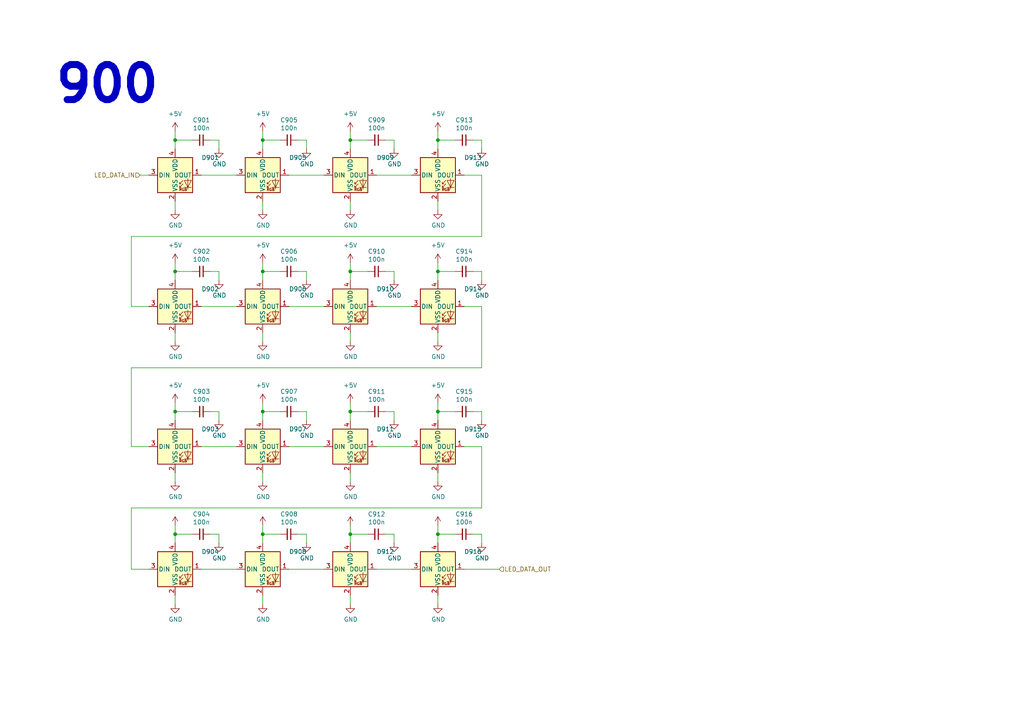
<source format=kicad_sch>
(kicad_sch (version 20231120) (generator "eeschema") (generator_version "8.0")
  (paper "A4")
  (lib_symbols
    (symbol "power:+5V" (power) (pin_names (offset 0))
      (property "Value" "+5V" (at 0 3.556 0))
      (symbol "+5V_0_1"
        (polyline (pts (xy -0.762 1.27) (xy 0 2.54)))
        (polyline (pts (xy 0 0) (xy 0 2.54)))
        (polyline (pts (xy 0 2.54) (xy 0.762 1.27)))
      )
      (symbol "+5V_1_1"
        (pin power_in line (at 0 0 90) (length 0) hide (name "+5V") (number "1"))
      )
    )
    (symbol "power:GND" (power) (pin_names (offset 0))
      (property "Value" "GND" (at 0 -3.81 0))
      (symbol "GND_0_1"
        (polyline (pts (xy 0 0) (xy 0 -1.27) (xy 1.27 -1.27) (xy 0 -2.54) (xy -1.27 -1.27) (xy 0 -1.27)))
      )
      (symbol "GND_1_1"
        (pin power_in line (at 0 0 270) (length 0) hide (name "GND") (number "1"))
      )
    )
    (symbol "suku_basics:CAP" (pin_numbers hide) (pin_names (offset 0.254) hide)
      (property "Reference" "C" (at 0.254 1.778 0))
      (property "Value" "CAP" (at 0.254 -2.032 0))
      (symbol "CAP_0_1"
        (polyline (pts (xy -1.524 -0.508) (xy 1.524 -0.508)) (stroke (width 0.3302)))
        (polyline (pts (xy -1.524 0.508) (xy 1.524 0.508)) (stroke (width 0.3048)))
      )
      (symbol "CAP_1_1"
        (pin passive line (at 0 2.54 270) (length 2.032) (name "~") (number "1"))
        (pin passive line (at 0 -2.54 90) (length 2.032) (name "~") (number "2"))
      )
    )
    (symbol "suku_basics:UI_WS2812C-2020" (pin_names (offset 0.254))
      (property "Reference" "D" (at 5.08 5.715 0))
      (property "Value" "UI_WS2812C-2020" (at 1.27 -5.715 0))
      (symbol "UI_WS2812C-2020_0_0"
        (text "RGB" (at 2.286 -4.191 0) (effects (font (size 0.762 0.762))))
      )
      (symbol "UI_WS2812C-2020_0_1"
        (polyline (pts (xy 1.27 -3.556) (xy 1.778 -3.556)))
        (polyline (pts (xy 1.27 -2.54) (xy 1.778 -2.54)))
        (polyline (pts (xy 4.699 -3.556) (xy 2.667 -3.556)))
        (polyline (pts (xy 2.286 -2.54) (xy 1.27 -3.556) (xy 1.27 -3.048)))
        (polyline (pts (xy 2.286 -1.524) (xy 1.27 -2.54) (xy 1.27 -2.032)))
        (polyline (pts (xy 3.683 -1.016) (xy 3.683 -3.556) (xy 3.683 -4.064)))
        (polyline (pts (xy 4.699 -1.524) (xy 2.667 -1.524) (xy 3.683 -3.556) (xy 4.699 -1.524)))
        (rectangle (start 5.08 5.08) (end -5.08 -5.08) (stroke (width 0.254)) (fill (type background)))
      )
      (symbol "UI_WS2812C-2020_1_1"
        (pin output line (at 7.62 0 180) (length 2.54) (name "DOUT") (number "1"))
        (pin power_in line (at 0 -7.62 90) (length 2.54) (name "VSS") (number "2"))
        (pin input line (at -7.62 0 0) (length 2.54) (name "DIN") (number "3"))
        (pin power_in line (at 0 7.62 270) (length 2.54) (name "VDD") (number "4"))
      )
    )
  )
  (junction (at 127 40.64))
  (junction (at 101.6 154.94))
  (junction (at 76.2 154.94))
  (junction (at 50.8 119.38))
  (junction (at 76.2 78.74))
  (junction (at 101.6 78.74))
  (junction (at 101.6 119.38))
  (junction (at 50.8 40.64))
  (junction (at 127 154.94))
  (junction (at 127 78.74))
  (junction (at 127 119.38))
  (junction (at 101.6 40.64))
  (junction (at 50.8 78.74))
  (junction (at 76.2 119.38))
  (junction (at 50.8 154.94))
  (junction (at 76.2 40.64))
  (wire (pts (xy 139.7 147.32) (xy 38.1 147.32)))
  (wire (pts (xy 81.28 40.64) (xy 76.2 40.64)))
  (wire (pts (xy 127 81.28) (xy 127 78.74)))
  (wire (pts (xy 139.7 129.54) (xy 139.7 147.32)))
  (wire (pts (xy 114.3 40.64) (xy 111.76 40.64)))
  (wire (pts (xy 114.3 78.74) (xy 111.76 78.74)))
  (wire (pts (xy 63.5 78.74) (xy 60.96 78.74)))
  (wire (pts (xy 63.5 81.28) (xy 63.5 78.74)))
  (wire (pts (xy 50.8 40.64) (xy 50.8 38.1)))
  (wire (pts (xy 76.2 157.48) (xy 76.2 154.94)))
  (wire (pts (xy 38.1 129.54) (xy 43.18 129.54)))
  (wire (pts (xy 114.3 157.48) (xy 114.3 154.94)))
  (wire (pts (xy 76.2 60.96) (xy 76.2 58.42)))
  (wire (pts (xy 127 121.92) (xy 127 119.38)))
  (wire (pts (xy 88.9 154.94) (xy 86.36 154.94)))
  (wire (pts (xy 50.8 60.96) (xy 50.8 58.42)))
  (wire (pts (xy 127 139.7) (xy 127 137.16)))
  (wire (pts (xy 88.9 119.38) (xy 86.36 119.38)))
  (wire (pts (xy 38.1 68.58) (xy 38.1 88.9)))
  (wire (pts (xy 58.42 129.54) (xy 68.58 129.54)))
  (wire (pts (xy 81.28 154.94) (xy 76.2 154.94)))
  (wire (pts (xy 63.5 119.38) (xy 60.96 119.38)))
  (wire (pts (xy 76.2 40.64) (xy 76.2 38.1)))
  (wire (pts (xy 38.1 165.1) (xy 43.18 165.1)))
  (wire (pts (xy 63.5 40.64) (xy 60.96 40.64)))
  (wire (pts (xy 38.1 106.68) (xy 38.1 129.54)))
  (wire (pts (xy 114.3 119.38) (xy 111.76 119.38)))
  (wire (pts (xy 38.1 147.32) (xy 38.1 165.1)))
  (wire (pts (xy 114.3 154.94) (xy 111.76 154.94)))
  (wire (pts (xy 127 78.74) (xy 127 76.2)))
  (wire (pts (xy 58.42 165.1) (xy 68.58 165.1)))
  (wire (pts (xy 114.3 43.18) (xy 114.3 40.64)))
  (wire (pts (xy 101.6 175.26) (xy 101.6 172.72)))
  (wire (pts (xy 63.5 43.18) (xy 63.5 40.64)))
  (wire (pts (xy 76.2 76.2) (xy 76.2 78.74)))
  (wire (pts (xy 88.9 121.92) (xy 88.9 119.38)))
  (wire (pts (xy 101.6 43.18) (xy 101.6 40.64)))
  (wire (pts (xy 109.22 129.54) (xy 119.38 129.54)))
  (wire (pts (xy 132.08 154.94) (xy 127 154.94)))
  (wire (pts (xy 50.8 81.28) (xy 50.8 78.74)))
  (wire (pts (xy 83.82 165.1) (xy 93.98 165.1)))
  (wire (pts (xy 101.6 139.7) (xy 101.6 137.16)))
  (wire (pts (xy 63.5 154.94) (xy 60.96 154.94)))
  (wire (pts (xy 50.8 157.48) (xy 50.8 154.94)))
  (wire (pts (xy 127 60.96) (xy 127 58.42)))
  (wire (pts (xy 134.62 165.1) (xy 144.78 165.1)))
  (wire (pts (xy 50.8 175.26) (xy 50.8 172.72)))
  (wire (pts (xy 76.2 121.92) (xy 76.2 119.38)))
  (wire (pts (xy 88.9 43.18) (xy 88.9 40.64)))
  (wire (pts (xy 132.08 78.74) (xy 127 78.74)))
  (wire (pts (xy 38.1 88.9) (xy 43.18 88.9)))
  (wire (pts (xy 88.9 157.48) (xy 88.9 154.94)))
  (wire (pts (xy 81.28 119.38) (xy 76.2 119.38)))
  (wire (pts (xy 76.2 99.06) (xy 76.2 96.52)))
  (wire (pts (xy 101.6 121.92) (xy 101.6 119.38)))
  (wire (pts (xy 101.6 99.06) (xy 101.6 96.52)))
  (wire (pts (xy 106.68 119.38) (xy 101.6 119.38)))
  (wire (pts (xy 139.7 88.9) (xy 139.7 106.68)))
  (wire (pts (xy 40.64 50.8) (xy 43.18 50.8)))
  (wire (pts (xy 50.8 154.94) (xy 50.8 152.4)))
  (wire (pts (xy 127 43.18) (xy 127 40.64)))
  (wire (pts (xy 127 175.26) (xy 127 172.72)))
  (wire (pts (xy 83.82 129.54) (xy 93.98 129.54)))
  (wire (pts (xy 76.2 154.94) (xy 76.2 152.4)))
  (wire (pts (xy 50.8 119.38) (xy 50.8 116.84)))
  (wire (pts (xy 50.8 43.18) (xy 50.8 40.64)))
  (wire (pts (xy 139.7 119.38) (xy 137.16 119.38)))
  (wire (pts (xy 50.8 119.38) (xy 55.88 119.38)))
  (wire (pts (xy 58.42 88.9) (xy 68.58 88.9)))
  (wire (pts (xy 134.62 129.54) (xy 139.7 129.54)))
  (wire (pts (xy 81.28 78.74) (xy 76.2 78.74)))
  (wire (pts (xy 127 40.64) (xy 127 38.1)))
  (wire (pts (xy 139.7 106.68) (xy 38.1 106.68)))
  (wire (pts (xy 58.42 50.8) (xy 68.58 50.8)))
  (wire (pts (xy 76.2 139.7) (xy 76.2 137.16)))
  (wire (pts (xy 50.8 78.74) (xy 55.88 78.74)))
  (wire (pts (xy 109.22 50.8) (xy 119.38 50.8)))
  (wire (pts (xy 106.68 78.74) (xy 101.6 78.74)))
  (wire (pts (xy 134.62 88.9) (xy 139.7 88.9)))
  (wire (pts (xy 114.3 81.28) (xy 114.3 78.74)))
  (wire (pts (xy 101.6 119.38) (xy 101.6 116.84)))
  (wire (pts (xy 83.82 88.9) (xy 93.98 88.9)))
  (wire (pts (xy 101.6 81.28) (xy 101.6 78.74)))
  (wire (pts (xy 88.9 81.28) (xy 88.9 78.74)))
  (wire (pts (xy 139.7 43.18) (xy 139.7 40.64)))
  (wire (pts (xy 63.5 157.48) (xy 63.5 154.94)))
  (wire (pts (xy 127 99.06) (xy 127 96.52)))
  (wire (pts (xy 101.6 40.64) (xy 101.6 38.1)))
  (wire (pts (xy 50.8 139.7) (xy 50.8 137.16)))
  (wire (pts (xy 127 119.38) (xy 127 116.84)))
  (wire (pts (xy 139.7 121.92) (xy 139.7 119.38)))
  (wire (pts (xy 88.9 40.64) (xy 86.36 40.64)))
  (wire (pts (xy 76.2 116.84) (xy 76.2 119.38)))
  (wire (pts (xy 139.7 154.94) (xy 137.16 154.94)))
  (wire (pts (xy 139.7 50.8) (xy 139.7 68.58)))
  (wire (pts (xy 139.7 157.48) (xy 139.7 154.94)))
  (wire (pts (xy 101.6 78.74) (xy 101.6 76.2)))
  (wire (pts (xy 127 154.94) (xy 127 152.4)))
  (wire (pts (xy 139.7 40.64) (xy 137.16 40.64)))
  (wire (pts (xy 134.62 50.8) (xy 139.7 50.8)))
  (wire (pts (xy 106.68 40.64) (xy 101.6 40.64)))
  (wire (pts (xy 50.8 121.92) (xy 50.8 119.38)))
  (wire (pts (xy 101.6 154.94) (xy 101.6 152.4)))
  (wire (pts (xy 101.6 60.96) (xy 101.6 58.42)))
  (wire (pts (xy 132.08 40.64) (xy 127 40.64)))
  (wire (pts (xy 114.3 121.92) (xy 114.3 119.38)))
  (wire (pts (xy 139.7 78.74) (xy 137.16 78.74)))
  (wire (pts (xy 76.2 43.18) (xy 76.2 40.64)))
  (wire (pts (xy 63.5 121.92) (xy 63.5 119.38)))
  (wire (pts (xy 76.2 175.26) (xy 76.2 172.72)))
  (wire (pts (xy 132.08 119.38) (xy 127 119.38)))
  (wire (pts (xy 76.2 81.28) (xy 76.2 78.74)))
  (wire (pts (xy 109.22 165.1) (xy 119.38 165.1)))
  (wire (pts (xy 50.8 78.74) (xy 50.8 76.2)))
  (wire (pts (xy 106.68 154.94) (xy 101.6 154.94)))
  (wire (pts (xy 109.22 88.9) (xy 119.38 88.9)))
  (wire (pts (xy 139.7 68.58) (xy 38.1 68.58)))
  (wire (pts (xy 50.8 99.06) (xy 50.8 96.52)))
  (wire (pts (xy 83.82 50.8) (xy 93.98 50.8)))
  (wire (pts (xy 101.6 157.48) (xy 101.6 154.94)))
  (wire (pts (xy 139.7 81.28) (xy 139.7 78.74)))
  (wire (pts (xy 88.9 78.74) (xy 86.36 78.74)))
  (wire (pts (xy 50.8 154.94) (xy 55.88 154.94)))
  (wire (pts (xy 127 157.48) (xy 127 154.94)))
  (wire (pts (xy 50.8 40.64) (xy 55.88 40.64)))
  (text "900" (at 15.24 30.48 0) (effects (font (size 10.16 10.16) (thickness 2.032) (bold yes)) (justify left bottom)))
  (hierarchical_label "LED_DATA_OUT" (shape input) (at 144.78 165.1 0))
  (hierarchical_label "LED_DATA_IN" (shape input) (at 40.64 50.8 180))
  (symbol (lib_id "suku_basics:UI_WS2812C-2020") (at 50.8 50.8 0) (unit 1)
    (property "Reference" "D901" (at 58.42 45.72 0) (effects (justify left)))
    (property "Value" "WS2812C-2020" (effects (hide yes)))
    (property "Footprint" "suku_basics:UI_WS2812C-2020" (effects (hide yes)))
  )
  (symbol (lib_id "power:GND") (at 50.8 60.96 0) (unit 1)
    (property "Reference" "#PWR0931" (effects (hide yes)))
    (property "Value" "GND" (at 50.927 65.3542 0))
  )
  (symbol (lib_id "suku_basics:UI_WS2812C-2020") (at 76.2 50.8 0) (unit 1)
    (property "Reference" "D905" (at 83.82 45.72 0) (effects (justify left)))
    (property "Value" "WS2812C-2020" (effects (hide yes)))
    (property "Footprint" "suku_basics:UI_WS2812C-2020" (effects (hide yes)))
  )
  (symbol (lib_id "power:GND") (at 76.2 60.96 0) (unit 1)
    (property "Reference" "#PWR0945" (effects (hide yes)))
    (property "Value" "GND" (at 76.327 65.3542 0))
  )
  (symbol (lib_id "suku_basics:UI_WS2812C-2020") (at 101.6 50.8 0) (unit 1)
    (property "Reference" "D909" (at 109.22 45.72 0) (effects (justify left)))
    (property "Value" "WS2812C-2020" (effects (hide yes)))
    (property "Footprint" "suku_basics:UI_WS2812C-2020" (effects (hide yes)))
  )
  (symbol (lib_id "power:GND") (at 101.6 60.96 0) (unit 1)
    (property "Reference" "#PWR0957" (effects (hide yes)))
    (property "Value" "GND" (at 101.727 65.3542 0))
  )
  (symbol (lib_id "suku_basics:UI_WS2812C-2020") (at 127 50.8 0) (unit 1)
    (property "Reference" "D913" (at 134.62 45.72 0) (effects (justify left)))
    (property "Value" "WS2812C-2020" (effects (hide yes)))
    (property "Footprint" "suku_basics:UI_WS2812C-2020" (effects (hide yes)))
  )
  (symbol (lib_id "power:GND") (at 127 60.96 0) (unit 1)
    (property "Reference" "#PWR0969" (effects (hide yes)))
    (property "Value" "GND" (at 127.127 65.3542 0))
  )
  (symbol (lib_id "suku_basics:CAP") (at 58.42 40.64 270) (unit 1)
    (property "Reference" "C901" (at 58.42 34.8234 90))
    (property "Value" "100n" (at 58.42 37.1348 90))
    (property "Footprint" "suku_basics:CAP_0402" (effects (hide yes)))
  )
  (symbol (lib_id "power:GND") (at 63.5 43.18 0) (unit 1)
    (property "Reference" "#PWR0938" (effects (hide yes)))
    (property "Value" "GND" (at 63.627 47.5742 0))
  )
  (symbol (lib_id "suku_basics:CAP") (at 83.82 40.64 270) (unit 1)
    (property "Reference" "C905" (at 83.82 34.8234 90))
    (property "Value" "100n" (at 83.82 37.1348 90))
    (property "Footprint" "suku_basics:CAP_0402" (effects (hide yes)))
  )
  (symbol (lib_id "power:GND") (at 88.9 43.18 0) (unit 1)
    (property "Reference" "#PWR0952" (effects (hide yes)))
    (property "Value" "GND" (at 89.027 47.5742 0))
  )
  (symbol (lib_id "suku_basics:CAP") (at 109.22 40.64 270) (unit 1)
    (property "Reference" "C909" (at 109.22 34.8234 90))
    (property "Value" "100n" (at 109.22 37.1348 90))
    (property "Footprint" "suku_basics:CAP_0402" (effects (hide yes)))
  )
  (symbol (lib_id "power:GND") (at 114.3 43.18 0) (unit 1)
    (property "Reference" "#PWR0964" (effects (hide yes)))
    (property "Value" "GND" (at 114.427 47.5742 0))
  )
  (symbol (lib_id "suku_basics:CAP") (at 134.62 40.64 270) (unit 1)
    (property "Reference" "C913" (at 134.62 34.8234 90))
    (property "Value" "100n" (at 134.62 37.1348 90))
    (property "Footprint" "suku_basics:CAP_0402" (effects (hide yes)))
  )
  (symbol (lib_id "power:GND") (at 139.7 43.18 0) (unit 1)
    (property "Reference" "#PWR0976" (effects (hide yes)))
    (property "Value" "GND" (at 139.827 47.5742 0))
  )
  (symbol (lib_id "suku_basics:UI_WS2812C-2020") (at 50.8 88.9 0) (unit 1)
    (property "Reference" "D902" (at 58.42 83.82 0) (effects (justify left)))
    (property "Value" "WS2812C-2020" (effects (hide yes)))
    (property "Footprint" "suku_basics:UI_WS2812C-2020" (effects (hide yes)))
  )
  (symbol (lib_id "power:GND") (at 50.8 99.06 0) (unit 1)
    (property "Reference" "#PWR0933" (effects (hide yes)))
    (property "Value" "GND" (at 50.927 103.4542 0))
  )
  (symbol (lib_id "suku_basics:UI_WS2812C-2020") (at 76.2 88.9 0) (unit 1)
    (property "Reference" "D906" (at 83.82 83.82 0) (effects (justify left)))
    (property "Value" "WS2812C-2020" (effects (hide yes)))
    (property "Footprint" "suku_basics:UI_WS2812C-2020" (effects (hide yes)))
  )
  (symbol (lib_id "power:GND") (at 76.2 99.06 0) (unit 1)
    (property "Reference" "#PWR0947" (effects (hide yes)))
    (property "Value" "GND" (at 76.327 103.4542 0))
  )
  (symbol (lib_id "suku_basics:UI_WS2812C-2020") (at 101.6 88.9 0) (unit 1)
    (property "Reference" "D910" (at 109.22 83.82 0) (effects (justify left)))
    (property "Value" "WS2812C-2020" (effects (hide yes)))
    (property "Footprint" "suku_basics:UI_WS2812C-2020" (effects (hide yes)))
  )
  (symbol (lib_id "power:GND") (at 101.6 99.06 0) (unit 1)
    (property "Reference" "#PWR0959" (effects (hide yes)))
    (property "Value" "GND" (at 101.727 103.4542 0))
  )
  (symbol (lib_id "suku_basics:UI_WS2812C-2020") (at 127 88.9 0) (unit 1)
    (property "Reference" "D914" (at 134.62 83.82 0) (effects (justify left)))
    (property "Value" "WS2812C-2020" (effects (hide yes)))
    (property "Footprint" "suku_basics:UI_WS2812C-2020" (effects (hide yes)))
  )
  (symbol (lib_id "power:GND") (at 127 99.06 0) (unit 1)
    (property "Reference" "#PWR0971" (effects (hide yes)))
    (property "Value" "GND" (at 127.127 103.4542 0))
  )
  (symbol (lib_id "suku_basics:CAP") (at 58.42 78.74 270) (unit 1)
    (property "Reference" "C902" (at 58.42 72.9234 90))
    (property "Value" "100n" (at 58.42 75.2348 90))
    (property "Footprint" "suku_basics:CAP_0402" (effects (hide yes)))
  )
  (symbol (lib_id "power:GND") (at 63.5 81.28 0) (unit 1)
    (property "Reference" "#PWR0939" (effects (hide yes)))
    (property "Value" "GND" (at 63.627 85.6742 0))
  )
  (symbol (lib_id "suku_basics:CAP") (at 83.82 78.74 270) (unit 1)
    (property "Reference" "C906" (at 83.82 72.9234 90))
    (property "Value" "100n" (at 83.82 75.2348 90))
    (property "Footprint" "suku_basics:CAP_0402" (effects (hide yes)))
  )
  (symbol (lib_id "power:GND") (at 88.9 81.28 0) (unit 1)
    (property "Reference" "#PWR0953" (effects (hide yes)))
    (property "Value" "GND" (at 89.027 85.6742 0))
  )
  (symbol (lib_id "suku_basics:CAP") (at 109.22 78.74 270) (unit 1)
    (property "Reference" "C910" (at 109.22 72.9234 90))
    (property "Value" "100n" (at 109.22 75.2348 90))
    (property "Footprint" "suku_basics:CAP_0402" (effects (hide yes)))
  )
  (symbol (lib_id "power:GND") (at 114.3 81.28 0) (unit 1)
    (property "Reference" "#PWR0965" (effects (hide yes)))
    (property "Value" "GND" (at 114.427 85.6742 0))
  )
  (symbol (lib_id "suku_basics:CAP") (at 134.62 78.74 270) (unit 1)
    (property "Reference" "C914" (at 134.62 72.9234 90))
    (property "Value" "100n" (at 134.62 75.2348 90))
    (property "Footprint" "suku_basics:CAP_0402" (effects (hide yes)))
  )
  (symbol (lib_id "power:GND") (at 139.7 81.28 0) (unit 1)
    (property "Reference" "#PWR0977" (effects (hide yes)))
    (property "Value" "GND" (at 139.827 85.6742 0))
  )
  (symbol (lib_id "suku_basics:UI_WS2812C-2020") (at 50.8 165.1 0) (unit 1)
    (property "Reference" "D904" (at 58.42 160.02 0) (effects (justify left)))
    (property "Value" "WS2812C-2020" (effects (hide yes)))
    (property "Footprint" "suku_basics:UI_WS2812C-2020" (effects (hide yes)))
  )
  (symbol (lib_id "power:GND") (at 50.8 175.26 0) (unit 1)
    (property "Reference" "#PWR0937" (effects (hide yes)))
    (property "Value" "GND" (at 50.927 179.6542 0))
  )
  (symbol (lib_id "suku_basics:UI_WS2812C-2020") (at 76.2 165.1 0) (unit 1)
    (property "Reference" "D908" (at 83.82 160.02 0) (effects (justify left)))
    (property "Value" "WS2812C-2020" (effects (hide yes)))
    (property "Footprint" "suku_basics:UI_WS2812C-2020" (effects (hide yes)))
  )
  (symbol (lib_id "power:GND") (at 76.2 175.26 0) (unit 1)
    (property "Reference" "#PWR0951" (effects (hide yes)))
    (property "Value" "GND" (at 76.327 179.6542 0))
  )
  (symbol (lib_id "suku_basics:UI_WS2812C-2020") (at 101.6 165.1 0) (unit 1)
    (property "Reference" "D912" (at 109.22 160.02 0) (effects (justify left)))
    (property "Value" "WS2812C-2020" (effects (hide yes)))
    (property "Footprint" "suku_basics:UI_WS2812C-2020" (effects (hide yes)))
  )
  (symbol (lib_id "power:GND") (at 101.6 175.26 0) (unit 1)
    (property "Reference" "#PWR0963" (effects (hide yes)))
    (property "Value" "GND" (at 101.727 179.6542 0))
  )
  (symbol (lib_id "suku_basics:UI_WS2812C-2020") (at 127 165.1 0) (unit 1)
    (property "Reference" "D916" (at 134.62 160.02 0) (effects (justify left)))
    (property "Value" "WS2812C-2020" (effects (hide yes)))
    (property "Footprint" "suku_basics:UI_WS2812C-2020" (effects (hide yes)))
  )
  (symbol (lib_id "power:GND") (at 127 175.26 0) (unit 1)
    (property "Reference" "#PWR0975" (effects (hide yes)))
    (property "Value" "GND" (at 127.127 179.6542 0))
  )
  (symbol (lib_id "suku_basics:CAP") (at 58.42 154.94 270) (unit 1)
    (property "Reference" "C904" (at 58.42 149.1234 90))
    (property "Value" "100n" (at 58.42 151.4348 90))
    (property "Footprint" "suku_basics:CAP_0402" (effects (hide yes)))
  )
  (symbol (lib_id "power:GND") (at 63.5 157.48 0) (unit 1)
    (property "Reference" "#PWR0941" (effects (hide yes)))
    (property "Value" "GND" (at 63.627 161.8742 0))
  )
  (symbol (lib_id "suku_basics:CAP") (at 83.82 154.94 270) (unit 1)
    (property "Reference" "C908" (at 83.82 149.1234 90))
    (property "Value" "100n" (at 83.82 151.4348 90))
    (property "Footprint" "suku_basics:CAP_0402" (effects (hide yes)))
  )
  (symbol (lib_id "power:GND") (at 88.9 157.48 0) (unit 1)
    (property "Reference" "#PWR0955" (effects (hide yes)))
    (property "Value" "GND" (at 89.027 161.8742 0))
  )
  (symbol (lib_id "suku_basics:CAP") (at 109.22 154.94 270) (unit 1)
    (property "Reference" "C912" (at 109.22 149.1234 90))
    (property "Value" "100n" (at 109.22 151.4348 90))
    (property "Footprint" "suku_basics:CAP_0402" (effects (hide yes)))
  )
  (symbol (lib_id "power:GND") (at 114.3 157.48 0) (unit 1)
    (property "Reference" "#PWR0967" (effects (hide yes)))
    (property "Value" "GND" (at 114.427 161.8742 0))
  )
  (symbol (lib_id "suku_basics:CAP") (at 134.62 154.94 270) (unit 1)
    (property "Reference" "C916" (at 134.62 149.1234 90))
    (property "Value" "100n" (at 134.62 151.4348 90))
    (property "Footprint" "suku_basics:CAP_0402" (effects (hide yes)))
  )
  (symbol (lib_id "power:GND") (at 139.7 157.48 0) (unit 1)
    (property "Reference" "#PWR0979" (effects (hide yes)))
    (property "Value" "GND" (at 139.827 161.8742 0))
  )
  (symbol (lib_id "suku_basics:UI_WS2812C-2020") (at 76.2 129.54 0) (unit 1)
    (property "Reference" "D907" (at 83.82 124.46 0) (effects (justify left)))
    (property "Value" "WS2812C-2020" (effects (hide yes)))
    (property "Footprint" "suku_basics:UI_WS2812C-2020" (effects (hide yes)))
  )
  (symbol (lib_id "power:+5V") (at 127 152.4 0) (unit 1)
    (property "Reference" "#PWR0974" (effects (hide yes)))
    (property "Value" "+5V" (effects (hide yes)))
  )
  (symbol (lib_id "power:+5V") (at 101.6 152.4 0) (unit 1)
    (property "Reference" "#PWR0962" (effects (hide yes)))
    (property "Value" "+5V" (effects (hide yes)))
  )
  (symbol (lib_id "power:+5V") (at 76.2 38.1 0) (unit 1)
    (property "Reference" "#PWR0944" (effects (hide yes)))
    (property "Value" "+5V" (at 76.2 33.02 0))
  )
  (symbol (lib_id "power:GND") (at 76.2 139.7 0) (unit 1)
    (property "Reference" "#PWR0949" (effects (hide yes)))
    (property "Value" "GND" (at 76.327 144.0942 0))
  )
  (symbol (lib_id "power:GND") (at 88.9 121.92 0) (unit 1)
    (property "Reference" "#PWR0954" (effects (hide yes)))
    (property "Value" "GND" (at 89.027 126.3142 0))
  )
  (symbol (lib_id "power:+5V") (at 127 38.1 0) (unit 1)
    (property "Reference" "#PWR0968" (effects (hide yes)))
    (property "Value" "+5V" (at 127 33.02 0))
  )
  (symbol (lib_id "suku_basics:CAP") (at 58.42 119.38 270) (unit 1)
    (property "Reference" "C903" (at 58.42 113.5634 90))
    (property "Value" "100n" (at 58.42 115.8748 90))
    (property "Footprint" "suku_basics:CAP_0402" (effects (hide yes)))
  )
  (symbol (lib_id "suku_basics:CAP") (at 83.82 119.38 270) (unit 1)
    (property "Reference" "C907" (at 83.82 113.5634 90))
    (property "Value" "100n" (at 83.82 115.8748 90))
    (property "Footprint" "suku_basics:CAP_0402" (effects (hide yes)))
  )
  (symbol (lib_id "suku_basics:UI_WS2812C-2020") (at 127 129.54 0) (unit 1)
    (property "Reference" "D915" (at 134.62 124.46 0) (effects (justify left)))
    (property "Value" "WS2812C-2020" (effects (hide yes)))
    (property "Footprint" "suku_basics:UI_WS2812C-2020" (effects (hide yes)))
  )
  (symbol (lib_id "power:+5V") (at 101.6 116.84 0) (unit 1)
    (property "Reference" "#PWR0960" (effects (hide yes)))
    (property "Value" "+5V" (at 101.6 111.76 0))
  )
  (symbol (lib_id "power:+5V") (at 50.8 152.4 0) (unit 1)
    (property "Reference" "#PWR0936" (effects (hide yes)))
    (property "Value" "+5V" (effects (hide yes)))
  )
  (symbol (lib_id "power:+5V") (at 76.2 116.84 0) (unit 1)
    (property "Reference" "#PWR0948" (effects (hide yes)))
    (property "Value" "+5V" (at 76.2 111.76 0))
  )
  (symbol (lib_id "power:+5V") (at 127 76.2 0) (unit 1)
    (property "Reference" "#PWR0970" (effects (hide yes)))
    (property "Value" "+5V" (at 127 71.12 0))
  )
  (symbol (lib_id "suku_basics:UI_WS2812C-2020") (at 101.6 129.54 0) (unit 1)
    (property "Reference" "D911" (at 109.22 124.46 0) (effects (justify left)))
    (property "Value" "WS2812C-2020" (effects (hide yes)))
    (property "Footprint" "suku_basics:UI_WS2812C-2020" (effects (hide yes)))
  )
  (symbol (lib_id "power:+5V") (at 101.6 76.2 0) (unit 1)
    (property "Reference" "#PWR0958" (effects (hide yes)))
    (property "Value" "+5V" (at 101.6 71.12 0))
  )
  (symbol (lib_id "power:GND") (at 63.5 121.92 0) (unit 1)
    (property "Reference" "#PWR0940" (effects (hide yes)))
    (property "Value" "GND" (at 63.627 126.3142 0))
  )
  (symbol (lib_id "power:GND") (at 127 139.7 0) (unit 1)
    (property "Reference" "#PWR0973" (effects (hide yes)))
    (property "Value" "GND" (at 127.127 144.0942 0))
  )
  (symbol (lib_id "power:GND") (at 101.6 139.7 0) (unit 1)
    (property "Reference" "#PWR0961" (effects (hide yes)))
    (property "Value" "GND" (at 101.727 144.0942 0))
  )
  (symbol (lib_id "power:GND") (at 50.8 139.7 0) (unit 1)
    (property "Reference" "#PWR0935" (effects (hide yes)))
    (property "Value" "GND" (at 50.927 144.0942 0))
  )
  (symbol (lib_id "power:+5V") (at 50.8 76.2 0) (unit 1)
    (property "Reference" "#PWR0932" (effects (hide yes)))
    (property "Value" "+5V" (at 50.8 71.12 0))
  )
  (symbol (lib_id "power:+5V") (at 50.8 116.84 0) (unit 1)
    (property "Reference" "#PWR0934" (effects (hide yes)))
    (property "Value" "+5V" (at 50.8 111.76 0))
  )
  (symbol (lib_id "power:GND") (at 139.7 121.92 0) (unit 1)
    (property "Reference" "#PWR0978" (effects (hide yes)))
    (property "Value" "GND" (at 139.827 126.3142 0))
  )
  (symbol (lib_id "power:GND") (at 114.3 121.92 0) (unit 1)
    (property "Reference" "#PWR0966" (effects (hide yes)))
    (property "Value" "GND" (at 114.427 126.3142 0))
  )
  (symbol (lib_id "power:+5V") (at 50.8 38.1 0) (unit 1)
    (property "Reference" "#PWR0930" (effects (hide yes)))
    (property "Value" "+5V" (at 50.8 33.02 0))
  )
  (symbol (lib_id "suku_basics:CAP") (at 134.62 119.38 270) (unit 1)
    (property "Reference" "C915" (at 134.62 113.5634 90))
    (property "Value" "100n" (at 134.62 115.8748 90))
    (property "Footprint" "suku_basics:CAP_0402" (effects (hide yes)))
  )
  (symbol (lib_id "power:+5V") (at 127 116.84 0) (unit 1)
    (property "Reference" "#PWR0972" (effects (hide yes)))
    (property "Value" "+5V" (at 127 111.76 0))
  )
  (symbol (lib_id "power:+5V") (at 76.2 152.4 0) (unit 1)
    (property "Reference" "#PWR0950" (effects (hide yes)))
    (property "Value" "+5V" (effects (hide yes)))
  )
  (symbol (lib_id "power:+5V") (at 76.2 76.2 0) (unit 1)
    (property "Reference" "#PWR0946" (effects (hide yes)))
    (property "Value" "+5V" (at 76.2 71.12 0))
  )
  (symbol (lib_id "power:+5V") (at 101.6 38.1 0) (unit 1)
    (property "Reference" "#PWR0956" (effects (hide yes)))
    (property "Value" "+5V" (at 101.6 33.02 0))
  )
  (symbol (lib_id "suku_basics:UI_WS2812C-2020") (at 50.8 129.54 0) (unit 1)
    (property "Reference" "D903" (at 58.42 124.46 0) (effects (justify left)))
    (property "Value" "WS2812C-2020" (effects (hide yes)))
    (property "Footprint" "suku_basics:UI_WS2812C-2020" (effects (hide yes)))
  )
  (symbol (lib_id "suku_basics:CAP") (at 109.22 119.38 270) (unit 1)
    (property "Reference" "C911" (at 109.22 113.5634 90))
    (property "Value" "100n" (at 109.22 115.8748 90))
    (property "Footprint" "suku_basics:CAP_0402" (effects (hide yes)))
  )
)
</source>
